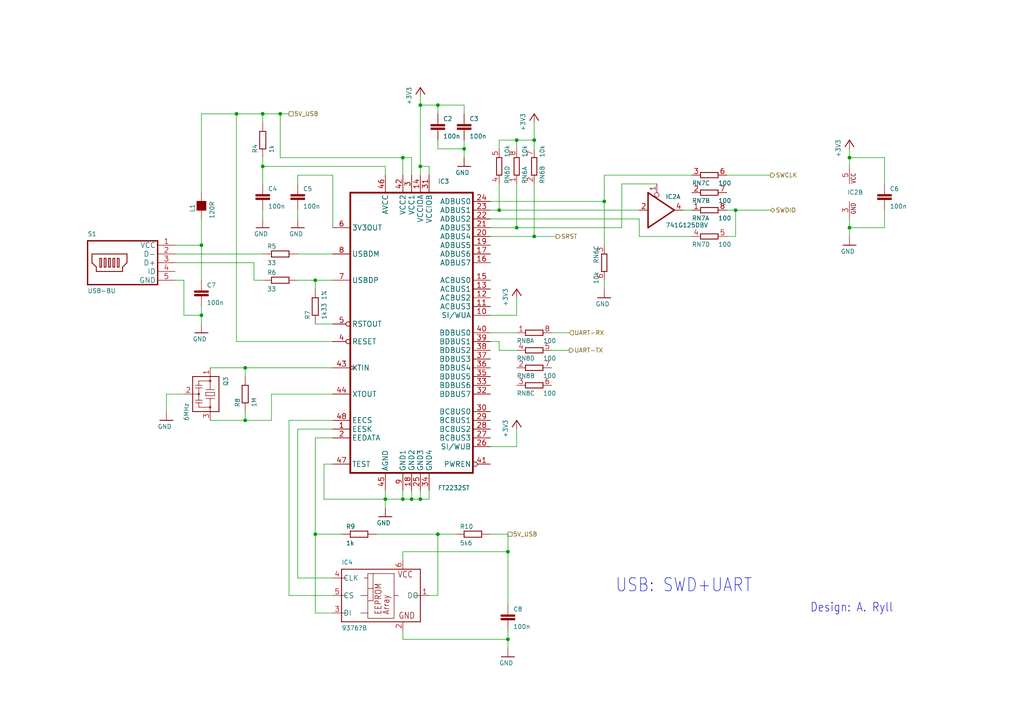
<source format=kicad_sch>
(kicad_sch (version 20250114) (generator "eeschema") (generator_version "9.0")
  (paper "A4")
  (lib_symbols
    (symbol "Powerboard v1-eagle-import:+3V3" (power)
      (symbol "+3V3_1_0"
        (polyline (pts (xy 0 0) (xy -1.27 -1.905)) (stroke (width 0.254)))
        (polyline (pts (xy 1.27 -1.905) (xy 0 0)) (stroke (width 0.254)))
        (pin power_in line (at 0 -2.54 90) (length 2.54) (name "+3V3") (number "1"))
      )
    )
    (symbol "Powerboard v1-eagle-import:4R-NEXB28V"
      (property "Reference" "RN" (at -5.08 -3.048 0))
      (symbol "4R-NEXB28V_1_0"
        (polyline (pts (xy -2.54 0.762) (xy -2.54 -0.762)) (stroke (width 0.254)))
        (polyline (pts (xy -2.54 -0.762) (xy 2.54 -0.762)) (stroke (width 0.254)))
        (polyline (pts (xy 2.54 0.762) (xy -2.54 0.762)) (stroke (width 0.254)))
        (polyline (pts (xy 2.54 -0.762) (xy 2.54 0.762)) (stroke (width 0.254)))
        (pin passive line (at -5.08 0 0) (length 2.54) (name "1") (number "1"))
        (pin passive line (at 5.08 0 180) (length 2.54) (name "2") (number "8"))
      )
      (symbol "4R-NEXB28V_2_0"
        (polyline (pts (xy -2.54 0.762) (xy -2.54 -0.762)) (stroke (width 0.254)))
        (polyline (pts (xy -2.54 -0.762) (xy 2.54 -0.762)) (stroke (width 0.254)))
        (polyline (pts (xy 2.54 0.762) (xy -2.54 0.762)) (stroke (width 0.254)))
        (polyline (pts (xy 2.54 -0.762) (xy 2.54 0.762)) (stroke (width 0.254)))
        (pin passive line (at -5.08 0 0) (length 2.54) (name "1") (number "2"))
        (pin passive line (at 5.08 0 180) (length 2.54) (name "2") (number "7"))
      )
      (symbol "4R-NEXB28V_3_0"
        (polyline (pts (xy -2.54 0.762) (xy -2.54 -0.762)) (stroke (width 0.254)))
        (polyline (pts (xy -2.54 -0.762) (xy 2.54 -0.762)) (stroke (width 0.254)))
        (polyline (pts (xy 2.54 0.762) (xy -2.54 0.762)) (stroke (width 0.254)))
        (polyline (pts (xy 2.54 -0.762) (xy 2.54 0.762)) (stroke (width 0.254)))
        (pin passive line (at -5.08 0 0) (length 2.54) (name "1") (number "3"))
        (pin passive line (at 5.08 0 180) (length 2.54) (name "2") (number "6"))
      )
      (symbol "4R-NEXB28V_4_0"
        (polyline (pts (xy -2.54 0.762) (xy -2.54 -0.762)) (stroke (width 0.254)))
        (polyline (pts (xy -2.54 -0.762) (xy 2.54 -0.762)) (stroke (width 0.254)))
        (polyline (pts (xy 2.54 0.762) (xy -2.54 0.762)) (stroke (width 0.254)))
        (polyline (pts (xy 2.54 -0.762) (xy 2.54 0.762)) (stroke (width 0.254)))
        (pin passive line (at -5.08 0 0) (length 2.54) (name "1") (number "4"))
        (pin passive line (at 5.08 0 180) (length 2.54) (name "2") (number "5"))
      )
    )
    (symbol "Powerboard v1-eagle-import:741G125DBV"
      (property "Reference" "IC" (at -0.635 -0.635 0))
      (symbol "741G125DBV_1_0"
        (polyline (pts (xy -2.54 -5.08) (xy -2.54 5.08)) (stroke (width 0.4064)))
        (circle (center 0 4.445) (radius 0.635) (stroke (width 0.1524)))
        (polyline (pts (xy 5.08 0) (xy -2.54 5.08)) (stroke (width 0.4064)))
        (polyline (pts (xy 5.08 0) (xy -2.54 -5.08)) (stroke (width 0.4064)))
        (pin input line (at -5.08 0 0) (length 2.54) (name "I") (number "2"))
        (pin input line (at 0 7.62 270) (length 2.54) (name "OE") (number "1"))
        (pin tri_state line (at 7.62 0 180) (length 2.54) (name "O") (number "4"))
      )
      (symbol "741G125DBV_2_0"
        (text "VCC" (at 1.905 2.54 900) (effects (font (size 1.27 1.0795)) (justify left bottom)))
        (text "GND" (at 1.905 -6.35 900) (effects (font (size 1.27 1.0795)) (justify left bottom)))
        (pin power_in line (at 0 7.62 270) (length 5.08) (name "VCC") (number "5"))
        (pin power_in line (at 0 -7.62 90) (length 5.08) (name "GND") (number "3"))
      )
    )
    (symbol "Powerboard v1-eagle-import:9376?B"
      (property "Reference" "IC" (at -10.16 8.89 0))
      (symbol "9376?B_1_0"
        (polyline (pts (xy -10.16 7.62) (xy 12.7 7.62)) (stroke (width 0.254)))
        (polyline (pts (xy -10.16 5.08) (xy -10.16 7.62)) (stroke (width 0.254)))
        (polyline (pts (xy -10.16 5.08) (xy -8.636 5.08)) (stroke (width 0.1524)))
        (polyline (pts (xy -10.16 0) (xy -10.16 5.08)) (stroke (width 0.254)))
        (polyline (pts (xy -10.16 0) (xy -8.636 0)) (stroke (width 0.1524)))
        (polyline (pts (xy -10.16 -5.08) (xy -10.16 0)) (stroke (width 0.254)))
        (polyline (pts (xy -10.16 -5.08) (xy -8.636 -5.08)) (stroke (width 0.1524)))
        (polyline (pts (xy -10.16 -7.62) (xy -10.16 -5.08)) (stroke (width 0.254)))
        (polyline (pts (xy -4.572 0) (xy -2.54 0)) (stroke (width 0.1524)))
        (polyline (pts (xy -4.572 -5.08) (xy -2.54 -5.08)) (stroke (width 0.1524)))
        (polyline (pts (xy -3.556 5.08) (xy -2.54 5.08)) (stroke (width 0.1524)))
        (polyline (pts (xy -2.54 6.35) (xy -1.016 6.35)) (stroke (width 0.1524)))
        (polyline (pts (xy -2.54 5.08) (xy -2.54 6.35)) (stroke (width 0.1524)))
        (polyline (pts (xy -2.54 2.032) (xy -2.54 5.08)) (stroke (width 0.1524)))
        (polyline (pts (xy -2.54 2.032) (xy -1.016 2.032)) (stroke (width 0.1524)))
        (polyline (pts (xy -2.54 0) (xy -2.54 2.032)) (stroke (width 0.1524)))
        (polyline (pts (xy -2.54 -1.524) (xy -2.54 0)) (stroke (width 0.1524)))
        (polyline (pts (xy -2.54 -1.524) (xy -1.016 -1.524)) (stroke (width 0.1524)))
        (polyline (pts (xy -2.54 -5.08) (xy -2.54 -1.524)) (stroke (width 0.1524)))
        (polyline (pts (xy -2.54 -6.604) (xy -2.54 -5.08)) (stroke (width 0.1524)))
        (polyline (pts (xy -1.016 6.35) (xy -1.016 2.032)) (stroke (width 0.1524)))
        (polyline (pts (xy -1.016 6.35) (xy 5.08 6.35)) (stroke (width 0.1524)))
        (polyline (pts (xy -1.016 2.032) (xy -1.016 -1.524)) (stroke (width 0.1524)))
        (polyline (pts (xy 5.08 6.35) (xy 5.08 0)) (stroke (width 0.1524)))
        (polyline (pts (xy 5.08 0) (xy 5.08 -6.604)) (stroke (width 0.1524)))
        (polyline (pts (xy 5.08 -6.604) (xy -2.54 -6.604)) (stroke (width 0.1524)))
        (polyline (pts (xy 6.35 0) (xy 5.08 0)) (stroke (width 0.1524)))
        (polyline (pts (xy 12.7 7.62) (xy 12.7 0)) (stroke (width 0.254)))
        (polyline (pts (xy 12.7 0) (xy 10.922 0)) (stroke (width 0.1524)))
        (polyline (pts (xy 12.7 0) (xy 12.7 -7.62)) (stroke (width 0.254)))
        (polyline (pts (xy 12.7 -7.62) (xy -10.16 -7.62)) (stroke (width 0.254)))
        (text "EEPROM" (at 1.524 -5.588 900) (effects (font (size 1.778 1.5113)) (justify left bottom)))
        (text "Array" (at 3.81 -5.588 900) (effects (font (size 1.778 1.5113)) (justify left bottom)))
        (text "VCC" (at 6.096 5.08 0) (effects (font (size 1.778 1.5113)) (justify left bottom)))
        (text "GND" (at 6.35 -6.858 0) (effects (font (size 1.778 1.5113)) (justify left bottom)))
        (pin input line (at -12.7 5.08 0) (length 2.54) (name "CLK") (number "4"))
        (pin input line (at -12.7 0 0) (length 2.54) (name "CS") (number "5"))
        (pin input line (at -12.7 -5.08 0) (length 2.54) (name "DI") (number "3"))
        (pin power_in line (at 7.62 10.16 270) (length 2.54) (name "VCC") (number "6"))
        (pin power_in line (at 7.62 -10.16 90) (length 2.54) (name "GND") (number "2"))
        (pin tri_state line (at 15.24 0 180) (length 2.54) (name "DO") (number "1"))
      )
    )
    (symbol "Powerboard v1-eagle-import:C-EUC0603"
      (property "Reference" "C" (at 1.524 0.381 0))
      (symbol "C-EUC0603_1_0"
        (rectangle (start -2.032 -1.016) (end 2.032 -0.508) (fill (type outline)))
        (rectangle (start -2.032 -2.032) (end 2.032 -1.524) (fill (type outline)))
        (polyline (pts (xy 0 0) (xy 0 -0.508)) (stroke (width 0.1524)))
        (polyline (pts (xy 0 -2.54) (xy 0 -2.032)) (stroke (width 0.1524)))
        (pin passive line (at 0 2.54 270) (length 2.54) (name "1") (number "1"))
        (pin passive line (at 0 -5.08 90) (length 2.54) (name "2") (number "2"))
      )
    )
    (symbol "Powerboard v1-eagle-import:CSTCR"
      (property "Reference" "Q" (at -5.08 3.81 0))
      (symbol "CSTCR_1_0"
        (polyline (pts (xy -5.08 2.54) (xy 5.08 2.54)) (stroke (width 0.254)))
        (polyline (pts (xy -5.08 0) (xy -5.08 2.54)) (stroke (width 0.254)))
        (polyline (pts (xy -5.08 0) (xy -3.81 0)) (stroke (width 0.1524)))
        (polyline (pts (xy -5.08 -5.08) (xy -5.08 0)) (stroke (width 0.254)))
        (circle (center -3.81 0) (radius 0.254))
        (polyline (pts (xy -3.81 0) (xy -1.27 0)) (stroke (width 0.1524)))
        (polyline (pts (xy -3.81 -3.302) (xy -3.81 0)) (stroke (width 0.1524)))
        (polyline (pts (xy -2.54 -2.286) (xy -2.54 -3.302)) (stroke (width 0.1524)))
        (polyline (pts (xy -2.54 -3.302) (xy -3.81 -3.302)) (stroke (width 0.1524)))
        (polyline (pts (xy -2.54 -3.302) (xy -2.54 -4.318)) (stroke (width 0.1524)))
        (polyline (pts (xy -1.778 -2.286) (xy -1.778 -4.318)) (stroke (width 0.1524)))
        (polyline (pts (xy -1.27 0) (xy -1.27 1.27)) (stroke (width 0.1524)))
        (polyline (pts (xy -1.27 0) (xy -1.27 -1.27)) (stroke (width 0.1524)))
        (polyline (pts (xy -0.508 1.27) (xy -0.508 -1.27)) (stroke (width 0.1524)))
        (polyline (pts (xy -0.508 -1.27) (xy 0.508 -1.27)) (stroke (width 0.1524)))
        (polyline (pts (xy 0 -3.302) (xy -1.778 -3.302)) (stroke (width 0.1524)))
        (polyline (pts (xy 0 -3.302) (xy 1.778 -3.302)) (stroke (width 0.1524)))
        (circle (center 0 -3.302) (radius 0.254))
        (polyline (pts (xy 0 -5.08) (xy -5.08 -5.08)) (stroke (width 0.254)))
        (polyline (pts (xy 0 -5.08) (xy 0 -3.302)) (stroke (width 0.1524)))
        (polyline (pts (xy 0.508 1.27) (xy -0.508 1.27)) (stroke (width 0.1524)))
        (polyline (pts (xy 0.508 -1.27) (xy 0.508 1.27)) (stroke (width 0.1524)))
        (polyline (pts (xy 1.27 1.27) (xy 1.27 0)) (stroke (width 0.1524)))
        (polyline (pts (xy 1.27 0) (xy 1.27 -1.27)) (stroke (width 0.1524)))
        (polyline (pts (xy 1.27 0) (xy 3.81 0)) (stroke (width 0.1524)))
        (polyline (pts (xy 1.778 -2.286) (xy 1.778 -4.318)) (stroke (width 0.1524)))
        (polyline (pts (xy 2.54 -2.286) (xy 2.54 -3.302)) (stroke (width 0.1524)))
        (polyline (pts (xy 2.54 -3.302) (xy 2.54 -4.318)) (stroke (width 0.1524)))
        (polyline (pts (xy 2.54 -3.302) (xy 3.81 -3.302)) (stroke (width 0.1524)))
        (polyline (pts (xy 3.81 0) (xy 5.08 0)) (stroke (width 0.1524)))
        (circle (center 3.81 0) (radius 0.254))
        (polyline (pts (xy 3.81 -3.302) (xy 3.81 0)) (stroke (width 0.1524)))
        (polyline (pts (xy 5.08 2.54) (xy 5.08 0)) (stroke (width 0.254)))
        (polyline (pts (xy 5.08 0) (xy 5.08 -5.08)) (stroke (width 0.254)))
        (polyline (pts (xy 5.08 -5.08) (xy 0 -5.08)) (stroke (width 0.254)))
        (pin passive line (at -7.62 0 0) (length 2.54) (name "1") (number "1"))
        (pin passive line (at 0 -7.62 90) (length 2.54) (name "2") (number "2"))
        (pin passive line (at 7.62 0 180) (length 2.54) (name "3") (number "3"))
      )
    )
    (symbol "Powerboard v1-eagle-import:FB_0603"
      (property "Reference" "L" (at -0.635 1.905 0))
      (symbol "FB_0603_1_0"
        (polyline (pts (xy 0 1.27) (xy 2.54 1.27)) (stroke (width 0.254)))
        (polyline (pts (xy 0 0) (xy 0 1.27)) (stroke (width 0.254)))
        (polyline (pts (xy 0 0) (xy 2.54 0)) (stroke (width 0.1524)))
        (polyline (pts (xy 0 -1.27) (xy 0 0)) (stroke (width 0.254)))
        (rectangle (start 0 -1.27) (end 2.54 1.27) (fill (type outline)))
        (polyline (pts (xy 2.54 1.27) (xy 2.54 0)) (stroke (width 0.254)))
        (polyline (pts (xy 2.54 0) (xy 2.54 -1.27)) (stroke (width 0.254)))
        (polyline (pts (xy 2.54 -1.27) (xy 0 -1.27)) (stroke (width 0.254)))
        (pin passive line (at -2.54 0 0) (length 2.54) (name "1") (number "1"))
        (pin passive line (at 5.08 0 180) (length 2.54) (name "2") (number "2"))
      )
    )
    (symbol "Powerboard v1-eagle-import:FT2232ST"
      (property "Reference" "IC" (at 7.62 38.1 0))
      (symbol "FT2232ST_1_0"
        (polyline (pts (xy -17.78 35.56) (xy 17.78 35.56)) (stroke (width 0.508)))
        (polyline (pts (xy -17.78 -45.72) (xy -17.78 35.56)) (stroke (width 0.508)))
        (polyline (pts (xy 17.78 35.56) (xy 17.78 -45.72)) (stroke (width 0.508)))
        (polyline (pts (xy 17.78 -45.72) (xy -17.78 -45.72)) (stroke (width 0.508)))
        (pin bidirectional line (at -22.86 25.4 0) (length 5.08) (name "3V3OUT") (number "6"))
        (pin bidirectional line (at -22.86 17.78 0) (length 5.08) (name "USBDM") (number "8"))
        (pin bidirectional line (at -22.86 10.16 0) (length 5.08) (name "USBDP") (number "7"))
        (pin bidirectional inverted (at -22.86 -2.54 0) (length 5.08) (name "RSTOUT") (number "5"))
        (pin bidirectional inverted (at -22.86 -7.62 0) (length 5.08) (name "RESET") (number "4"))
        (pin bidirectional clock (at -22.86 -15.24 0) (length 5.08) (name "XTIN") (number "43"))
        (pin bidirectional line (at -22.86 -22.86 0) (length 5.08) (name "XTOUT") (number "44"))
        (pin bidirectional line (at -22.86 -30.48 0) (length 5.08) (name "EECS") (number "48"))
        (pin bidirectional line (at -22.86 -33.02 0) (length 5.08) (name "EESK") (number "1"))
        (pin bidirectional line (at -22.86 -35.56 0) (length 5.08) (name "EEDATA") (number "2"))
        (pin bidirectional line (at -22.86 -43.18 0) (length 5.08) (name "TEST") (number "47"))
        (pin bidirectional line (at -7.62 40.64 270) (length 5.08) (name "AVCC") (number "46"))
        (pin bidirectional line (at -7.62 -50.8 90) (length 5.08) (name "AGND") (number "45"))
        (pin bidirectional line (at -2.54 40.64 270) (length 5.08) (name "VCC2") (number "42"))
        (pin bidirectional line (at -2.54 -50.8 90) (length 5.08) (name "GND1") (number "9"))
        (pin bidirectional line (at 0 40.64 270) (length 5.08) (name "VCC1") (number "3"))
        (pin bidirectional line (at 0 -50.8 90) (length 5.08) (name "GND2") (number "18"))
        (pin bidirectional line (at 2.54 40.64 270) (length 5.08) (name "VCCIOA") (number "14"))
        (pin bidirectional line (at 2.54 -50.8 90) (length 5.08) (name "GND3") (number "25"))
        (pin bidirectional line (at 5.08 40.64 270) (length 5.08) (name "VCCIOB") (number "31"))
        (pin bidirectional line (at 5.08 -50.8 90) (length 5.08) (name "GND4") (number "34"))
        (pin bidirectional line (at 22.86 33.02 180) (length 5.08) (name "ADBUS0") (number "24"))
        (pin bidirectional line (at 22.86 30.48 180) (length 5.08) (name "ADBUS1") (number "23"))
        (pin bidirectional line (at 22.86 27.94 180) (length 5.08) (name "ADBUS2") (number "22"))
        (pin bidirectional line (at 22.86 25.4 180) (length 5.08) (name "ADBUS3") (number "21"))
        (pin bidirectional line (at 22.86 22.86 180) (length 5.08) (name "ADBUS4") (number "20"))
        (pin bidirectional line (at 22.86 20.32 180) (length 5.08) (name "ADBUS5") (number "19"))
        (pin bidirectional line (at 22.86 17.78 180) (length 5.08) (name "ADBUS6") (number "17"))
        (pin bidirectional line (at 22.86 15.24 180) (length 5.08) (name "ADBUS7") (number "16"))
        (pin bidirectional line (at 22.86 10.16 180) (length 5.08) (name "ACBUS0") (number "15"))
        (pin bidirectional line (at 22.86 7.62 180) (length 5.08) (name "ACBUS1") (number "13"))
        (pin bidirectional line (at 22.86 5.08 180) (length 5.08) (name "ACBUS2") (number "12"))
        (pin bidirectional line (at 22.86 2.54 180) (length 5.08) (name "ACBUS3") (number "11"))
        (pin bidirectional line (at 22.86 0 180) (length 5.08) (name "SI/WUA") (number "10"))
        (pin bidirectional line (at 22.86 -5.08 180) (length 5.08) (name "BDBUS0") (number "40"))
        (pin bidirectional line (at 22.86 -7.62 180) (length 5.08) (name "BDBUS1") (number "39"))
        (pin bidirectional line (at 22.86 -10.16 180) (length 5.08) (name "BDBUS2") (number "38"))
        (pin bidirectional line (at 22.86 -12.7 180) (length 5.08) (name "BDBUS3") (number "37"))
        (pin bidirectional line (at 22.86 -15.24 180) (length 5.08) (name "BDBUS4") (number "36"))
        (pin bidirectional line (at 22.86 -17.78 180) (length 5.08) (name "BDBUS5") (number "35"))
        (pin bidirectional line (at 22.86 -20.32 180) (length 5.08) (name "BDBUS6") (number "33"))
        (pin bidirectional line (at 22.86 -22.86 180) (length 5.08) (name "BDBUS7") (number "32"))
        (pin bidirectional line (at 22.86 -27.94 180) (length 5.08) (name "BCBUS0") (number "30"))
        (pin bidirectional line (at 22.86 -30.48 180) (length 5.08) (name "BCBUS1") (number "29"))
        (pin bidirectional line (at 22.86 -33.02 180) (length 5.08) (name "BCBUS2") (number "28"))
        (pin bidirectional line (at 22.86 -35.56 180) (length 5.08) (name "BCBUS3") (number "27"))
        (pin bidirectional line (at 22.86 -38.1 180) (length 5.08) (name "SI/WUB") (number "26"))
        (pin bidirectional inverted (at 22.86 -43.18 180) (length 5.08) (name "PWREN") (number "41"))
      )
    )
    (symbol "Powerboard v1-eagle-import:GND" (power)
      (symbol "GND_1_0"
        (polyline (pts (xy -1.905 0) (xy 1.905 0)) (stroke (width 0.254)))
        (pin power_in line (at 0 2.54 270) (length 2.54) (name "GND") (number "1"))
      )
    )
    (symbol "Powerboard v1-eagle-import:R-EU_R0603"
      (property "Reference" "R" (at -3.81 1.4986 0))
      (symbol "R-EU_R0603_1_0"
        (polyline (pts (xy -2.54 -0.889) (xy -2.54 0.889)) (stroke (width 0.254)))
        (polyline (pts (xy -2.54 -0.889) (xy 2.54 -0.889)) (stroke (width 0.254)))
        (polyline (pts (xy 2.54 0.889) (xy -2.54 0.889)) (stroke (width 0.254)))
        (polyline (pts (xy 2.54 -0.889) (xy 2.54 0.889)) (stroke (width 0.254)))
        (pin passive line (at -5.08 0 0) (length 2.54) (name "1") (number "1"))
        (pin passive line (at 5.08 0 180) (length 2.54) (name "2") (number "2"))
      )
    )
    (symbol "Powerboard v1-eagle-import:USB-BU"
      (property "Reference" "S" (at -17.78 12.7 0))
      (symbol "USB-BU_1_0"
        (polyline (pts (xy -17.78 11.43) (xy -17.78 -1.27)) (stroke (width 0.381)))
        (polyline (pts (xy -17.78 -1.27) (xy 2.54 -1.27)) (stroke (width 0.381)))
        (polyline (pts (xy -16.51 7.62) (xy -16.51 5.08)) (stroke (width 0.254)))
        (polyline (pts (xy -16.51 5.08) (xy -15.24 3.81)) (stroke (width 0.254)))
        (polyline (pts (xy -15.24 3.81) (xy -15.24 2.54)) (stroke (width 0.254)))
        (polyline (pts (xy -15.24 2.54) (xy -7.62 2.54)) (stroke (width 0.254)))
        (polyline (pts (xy -14.224 6.35) (xy -13.716 6.35)) (stroke (width 0.254)))
        (polyline (pts (xy -14.224 3.81) (xy -14.224 6.35)) (stroke (width 0.254)))
        (polyline (pts (xy -13.716 6.35) (xy -13.716 3.81)) (stroke (width 0.254)))
        (polyline (pts (xy -13.716 3.81) (xy -14.224 3.81)) (stroke (width 0.254)))
        (polyline (pts (xy -12.954 6.35) (xy -12.446 6.35)) (stroke (width 0.254)))
        (polyline (pts (xy -12.954 3.81) (xy -12.954 6.35)) (stroke (width 0.254)))
        (polyline (pts (xy -12.446 6.35) (xy -12.446 3.81)) (stroke (width 0.254)))
        (polyline (pts (xy -12.446 3.81) (xy -12.954 3.81)) (stroke (width 0.254)))
        (polyline (pts (xy -11.684 6.35) (xy -11.176 6.35)) (stroke (width 0.254)))
        (polyline (pts (xy -11.684 3.81) (xy -11.684 6.35)) (stroke (width 0.254)))
        (polyline (pts (xy -11.176 6.35) (xy -11.176 3.81)) (stroke (width 0.254)))
        (polyline (pts (xy -11.176 3.81) (xy -11.684 3.81)) (stroke (width 0.254)))
        (polyline (pts (xy -10.414 6.35) (xy -9.906 6.35)) (stroke (width 0.254)))
        (polyline (pts (xy -10.414 3.81) (xy -10.414 6.35)) (stroke (width 0.254)))
        (polyline (pts (xy -9.906 6.35) (xy -9.906 3.81)) (stroke (width 0.254)))
        (polyline (pts (xy -9.906 3.81) (xy -10.414 3.81)) (stroke (width 0.254)))
        (polyline (pts (xy -9.144 6.35) (xy -8.636 6.35)) (stroke (width 0.254)))
        (polyline (pts (xy -9.144 3.81) (xy -9.144 6.35)) (stroke (width 0.254)))
        (polyline (pts (xy -8.636 6.35) (xy -8.636 3.81)) (stroke (width 0.254)))
        (polyline (pts (xy -8.636 3.81) (xy -9.144 3.81)) (stroke (width 0.254)))
        (polyline (pts (xy -7.62 3.81) (xy -6.35 5.08)) (stroke (width 0.254)))
        (polyline (pts (xy -7.62 2.54) (xy -7.62 3.81)) (stroke (width 0.254)))
        (polyline (pts (xy -6.35 7.62) (xy -16.51 7.62)) (stroke (width 0.254)))
        (polyline (pts (xy -6.35 5.08) (xy -6.35 7.62)) (stroke (width 0.254)))
        (polyline (pts (xy 2.54 11.43) (xy -17.78 11.43)) (stroke (width 0.381)))
        (polyline (pts (xy 2.54 -1.27) (xy 2.54 11.43)) (stroke (width 0.381)))
        (pin bidirectional line (at 7.62 10.16 180) (length 5.08) (name "VCC") (number "1"))
        (pin bidirectional line (at 7.62 7.62 180) (length 5.08) (name "D-") (number "2"))
        (pin bidirectional line (at 7.62 5.08 180) (length 5.08) (name "D+") (number "3"))
        (pin bidirectional line (at 7.62 2.54 180) (length 5.08) (name "ID") (number "4"))
        (pin bidirectional line (at 7.62 0 180) (length 5.08) (name "GND") (number "5"))
      )
    )
  )
  (text "Design: A. Ryll" (at 234.95 177.8 0) (effects (font (size 2.54 2.159)) (justify left bottom)))
  (text "USB: SWD+UART" (at 178.435 172.085 0) (effects (font (size 3.81 3.2385)) (justify left bottom)))
  (junction (at 76.2 33.02))
  (junction (at 149.86 66.04))
  (junction (at 121.92 48.26))
  (junction (at 116.84 45.72))
  (junction (at 91.44 81.28))
  (junction (at 58.42 71.12))
  (junction (at 147.32 160.02))
  (junction (at 116.84 144.78))
  (junction (at 71.12 121.92))
  (junction (at 175.26 58.42))
  (junction (at 147.32 185.42))
  (junction (at 111.76 144.78))
  (junction (at 68.58 33.02))
  (junction (at 246.38 45.72))
  (junction (at 119.38 144.78))
  (junction (at 76.2 48.26))
  (junction (at 246.38 66.04))
  (junction (at 127 154.94))
  (junction (at 58.42 91.44))
  (junction (at 81.28 33.02))
  (junction (at 121.92 30.48))
  (junction (at 91.44 154.94))
  (junction (at 121.92 144.78))
  (junction (at 154.94 40.64))
  (junction (at 134.62 43.18))
  (junction (at 149.86 40.64))
  (junction (at 127 30.48))
  (junction (at 71.12 106.68))
  (junction (at 154.94 68.58))
  (junction (at 144.78 60.96))
  (junction (at 213.36 60.96))
  (wire (pts (xy 213.36 60.96) (xy 223.52 60.96)) (stroke (width 0.1524)))
  (wire (pts (xy 185.42 68.58) (xy 200.66 68.58)) (stroke (width 0.1524)))
  (wire (pts (xy 246.38 48.26) (xy 246.38 45.72)) (stroke (width 0.1524)))
  (wire (pts (xy 76.2 53.34) (xy 76.2 48.26)) (stroke (width 0.1524)))
  (wire (pts (xy 147.32 160.02) (xy 147.32 154.94)) (stroke (width 0.1524)))
  (wire (pts (xy 58.42 71.12) (xy 58.42 63.5)) (stroke (width 0.1524)))
  (wire (pts (xy 142.24 58.42) (xy 175.26 58.42)) (stroke (width 0.1524)))
  (wire (pts (xy 96.52 99.06) (xy 68.58 99.06)) (stroke (width 0.1524)))
  (wire (pts (xy 149.86 96.52) (xy 142.24 96.52)) (stroke (width 0.1524)))
  (wire (pts (xy 76.2 48.26) (xy 111.76 48.26)) (stroke (width 0.1524)))
  (wire (pts (xy 91.44 127) (xy 91.44 154.94)) (stroke (width 0.1524)))
  (wire (pts (xy 127 30.48) (xy 127 33.02)) (stroke (width 0.1524)))
  (wire (pts (xy 71.12 109.22) (xy 71.12 106.68)) (stroke (width 0.1524)))
  (wire (pts (xy 127 172.72) (xy 127 154.94)) (stroke (width 0.1524)))
  (wire (pts (xy 175.26 50.8) (xy 200.66 50.8)) (stroke (width 0.1524)))
  (wire (pts (xy 96.52 66.04) (xy 96.52 50.8)) (stroke (width 0.1524)))
  (wire (pts (xy 119.38 50.8) (xy 119.38 45.72)) (stroke (width 0.1524)))
  (wire (pts (xy 48.26 114.3) (xy 48.26 119.38)) (stroke (width 0.1524)))
  (wire (pts (xy 121.92 30.48) (xy 127 30.48)) (stroke (width 0.1524)))
  (wire (pts (xy 149.86 43.18) (xy 149.86 40.64)) (stroke (width 0.1524)))
  (wire (pts (xy 91.44 154.94) (xy 91.44 177.8)) (stroke (width 0.1524)))
  (wire (pts (xy 81.28 33.02) (xy 83.82 33.02)))
  (wire (pts (xy 116.84 142.24) (xy 116.84 144.78)) (stroke (width 0.1524)))
  (wire (pts (xy 73.66 76.2) (xy 50.8 76.2)) (stroke (width 0.1524)))
  (wire (pts (xy 147.32 185.42) (xy 147.32 187.96)) (stroke (width 0.1524)))
  (wire (pts (xy 185.42 63.5) (xy 185.42 68.58)) (stroke (width 0.1524)))
  (wire (pts (xy 149.86 91.44) (xy 149.86 86.36)) (stroke (width 0.1524)))
  (wire (pts (xy 53.34 114.3) (xy 48.26 114.3)) (stroke (width 0.1524)))
  (wire (pts (xy 256.54 66.04) (xy 256.54 60.96)) (stroke (width 0.1524)))
  (wire (pts (xy 142.24 66.04) (xy 149.86 66.04)) (stroke (width 0.1524)))
  (wire (pts (xy 78.74 114.3) (xy 96.52 114.3)) (stroke (width 0.1524)))
  (wire (pts (xy 185.42 60.96) (xy 144.78 60.96)) (stroke (width 0.1524)))
  (wire (pts (xy 111.76 144.78) (xy 111.76 142.24)) (stroke (width 0.1524)))
  (wire (pts (xy 58.42 55.88) (xy 58.42 33.02)) (stroke (width 0.1524)))
  (wire (pts (xy 60.96 121.92) (xy 71.12 121.92)) (stroke (width 0.1524)))
  (wire (pts (xy 96.52 124.46) (xy 86.36 124.46)) (stroke (width 0.1524)))
  (wire (pts (xy 149.86 129.54) (xy 149.86 124.46)) (stroke (width 0.1524)))
  (wire (pts (xy 91.44 83.82) (xy 91.44 81.28)) (stroke (width 0.1524)))
  (wire (pts (xy 53.34 81.28) (xy 53.34 91.44)) (stroke (width 0.1524)))
  (wire (pts (xy 93.98 134.62) (xy 96.52 134.62)) (stroke (width 0.1524)))
  (wire (pts (xy 96.52 73.66) (xy 86.36 73.66)) (stroke (width 0.1524)))
  (wire (pts (xy 81.28 33.02) (xy 76.2 33.02)) (stroke (width 0.1524)))
  (wire (pts (xy 210.82 60.96) (xy 213.36 60.96)) (stroke (width 0.1524)))
  (wire (pts (xy 119.38 144.78) (xy 121.92 144.78)) (stroke (width 0.1524)))
  (wire (pts (xy 175.26 71.12) (xy 175.26 58.42)) (stroke (width 0.1524)))
  (wire (pts (xy 121.92 48.26) (xy 121.92 30.48)) (stroke (width 0.1524)))
  (wire (pts (xy 93.98 144.78) (xy 93.98 134.62)) (stroke (width 0.1524)))
  (wire (pts (xy 73.66 81.28) (xy 73.66 76.2)) (stroke (width 0.1524)))
  (wire (pts (xy 76.2 35.56) (xy 76.2 33.02)) (stroke (width 0.1524)))
  (wire (pts (xy 58.42 91.44) (xy 58.42 88.9)) (stroke (width 0.1524)))
  (wire (pts (xy 96.52 93.98) (xy 91.44 93.98)) (stroke (width 0.1524)))
  (wire (pts (xy 246.38 68.58) (xy 246.38 66.04)) (stroke (width 0.1524)))
  (wire (pts (xy 96.52 121.92) (xy 83.82 121.92)) (stroke (width 0.1524)))
  (wire (pts (xy 111.76 147.32) (xy 111.76 144.78)) (stroke (width 0.1524)))
  (wire (pts (xy 144.78 40.64) (xy 149.86 40.64)) (stroke (width 0.1524)))
  (wire (pts (xy 86.36 167.64) (xy 96.52 167.64)) (stroke (width 0.1524)))
  (wire (pts (xy 50.8 73.66) (xy 76.2 73.66)) (stroke (width 0.1524)))
  (wire (pts (xy 154.94 68.58) (xy 142.24 68.58)) (stroke (width 0.1524)))
  (wire (pts (xy 127 30.48) (xy 134.62 30.48)) (stroke (width 0.1524)))
  (wire (pts (xy 180.34 66.04) (xy 180.34 53.34)) (stroke (width 0.1524)))
  (wire (pts (xy 154.94 68.58) (xy 154.94 53.34)) (stroke (width 0.1524)))
  (wire (pts (xy 134.62 45.72) (xy 134.62 43.18)) (stroke (width 0.1524)))
  (wire (pts (xy 83.82 121.92) (xy 83.82 172.72)) (stroke (width 0.1524)))
  (wire (pts (xy 53.34 91.44) (xy 58.42 91.44)) (stroke (width 0.1524)))
  (wire (pts (xy 134.62 30.48) (xy 134.62 33.02)) (stroke (width 0.1524)))
  (wire (pts (xy 175.26 58.42) (xy 175.26 50.8)) (stroke (width 0.1524)))
  (wire (pts (xy 246.38 66.04) (xy 256.54 66.04)) (stroke (width 0.1524)))
  (wire (pts (xy 154.94 40.64) (xy 154.94 35.56)) (stroke (width 0.1524)))
  (wire (pts (xy 50.8 81.28) (xy 53.34 81.28)) (stroke (width 0.1524)))
  (wire (pts (xy 121.92 142.24) (xy 121.92 144.78)) (stroke (width 0.1524)))
  (wire (pts (xy 149.86 40.64) (xy 154.94 40.64)) (stroke (width 0.1524)))
  (wire (pts (xy 111.76 144.78) (xy 93.98 144.78)) (stroke (width 0.1524)))
  (wire (pts (xy 96.52 81.28) (xy 91.44 81.28)) (stroke (width 0.1524)))
  (wire (pts (xy 121.92 144.78) (xy 124.46 144.78)) (stroke (width 0.1524)))
  (wire (pts (xy 124.46 50.8) (xy 124.46 48.26)) (stroke (width 0.1524)))
  (wire (pts (xy 86.36 124.46) (xy 86.36 167.64)) (stroke (width 0.1524)))
  (wire (pts (xy 76.2 48.26) (xy 76.2 45.72)) (stroke (width 0.1524)))
  (wire (pts (xy 142.24 154.94) (xy 147.32 154.94)) (stroke (width 0.1524)))
  (wire (pts (xy 116.84 144.78) (xy 119.38 144.78)) (stroke (width 0.1524)))
  (wire (pts (xy 124.46 144.78) (xy 124.46 142.24)) (stroke (width 0.1524)))
  (wire (pts (xy 76.2 81.28) (xy 73.66 81.28)) (stroke (width 0.1524)))
  (wire (pts (xy 175.26 83.82) (xy 175.26 81.28)) (stroke (width 0.1524)))
  (wire (pts (xy 83.82 172.72) (xy 96.52 172.72)) (stroke (width 0.1524)))
  (wire (pts (xy 127 154.94) (xy 109.22 154.94)) (stroke (width 0.1524)))
  (wire (pts (xy 160.02 96.52) (xy 165.1 96.52)) (stroke (width 0.1524)))
  (wire (pts (xy 119.38 142.24) (xy 119.38 144.78)) (stroke (width 0.1524)))
  (wire (pts (xy 58.42 93.98) (xy 58.42 91.44)) (stroke (width 0.1524)))
  (wire (pts (xy 81.28 45.72) (xy 81.28 33.02)) (stroke (width 0.1524)))
  (wire (pts (xy 147.32 185.42) (xy 147.32 182.88)) (stroke (width 0.1524)))
  (wire (pts (xy 58.42 81.28) (xy 58.42 71.12)) (stroke (width 0.1524)))
  (wire (pts (xy 160.02 101.6) (xy 165.1 101.6)) (stroke (width 0.1524)))
  (wire (pts (xy 116.84 45.72) (xy 116.84 50.8)) (stroke (width 0.1524)))
  (wire (pts (xy 86.36 50.8) (xy 86.36 53.34)) (stroke (width 0.1524)))
  (wire (pts (xy 210.82 68.58) (xy 213.36 68.58)) (stroke (width 0.1524)))
  (wire (pts (xy 142.24 63.5) (xy 185.42 63.5)) (stroke (width 0.1524)))
  (wire (pts (xy 154.94 68.58) (xy 161.29 68.58)) (stroke (width 0.1524)))
  (wire (pts (xy 68.58 33.02) (xy 76.2 33.02)) (stroke (width 0.1524)))
  (wire (pts (xy 71.12 106.68) (xy 60.96 106.68)) (stroke (width 0.1524)))
  (wire (pts (xy 121.92 50.8) (xy 121.92 48.26)) (stroke (width 0.1524)))
  (wire (pts (xy 71.12 121.92) (xy 78.74 121.92)) (stroke (width 0.1524)))
  (wire (pts (xy 116.84 160.02) (xy 147.32 160.02)) (stroke (width 0.1524)))
  (wire (pts (xy 246.38 66.04) (xy 246.38 63.5)) (stroke (width 0.1524)))
  (wire (pts (xy 116.84 185.42) (xy 147.32 185.42)) (stroke (width 0.1524)))
  (wire (pts (xy 256.54 45.72) (xy 256.54 53.34)) (stroke (width 0.1524)))
  (wire (pts (xy 246.38 45.72) (xy 256.54 45.72)) (stroke (width 0.1524)))
  (wire (pts (xy 213.36 68.58) (xy 213.36 60.96)) (stroke (width 0.1524)))
  (wire (pts (xy 142.24 99.06) (xy 144.78 99.06)) (stroke (width 0.1524)))
  (wire (pts (xy 144.78 60.96) (xy 142.24 60.96)) (stroke (width 0.1524)))
  (wire (pts (xy 210.82 50.8) (xy 223.52 50.8)) (stroke (width 0.1524)))
  (wire (pts (xy 116.84 162.56) (xy 116.84 160.02)) (stroke (width 0.1524)))
  (wire (pts (xy 111.76 48.26) (xy 111.76 50.8)) (stroke (width 0.1524)))
  (wire (pts (xy 198.12 60.96) (xy 200.66 60.96)) (stroke (width 0.1524)))
  (wire (pts (xy 99.06 154.94) (xy 91.44 154.94)) (stroke (width 0.1524)))
  (wire (pts (xy 111.76 144.78) (xy 116.84 144.78)) (stroke (width 0.1524)))
  (wire (pts (xy 132.08 154.94) (xy 127 154.94)) (stroke (width 0.1524)))
  (wire (pts (xy 116.84 182.88) (xy 116.84 185.42)) (stroke (width 0.1524)))
  (wire (pts (xy 180.34 53.34) (xy 190.5 53.34)) (stroke (width 0.1524)))
  (wire (pts (xy 91.44 81.28) (xy 86.36 81.28)) (stroke (width 0.1524)))
  (wire (pts (xy 121.92 30.48) (xy 121.92 27.94)) (stroke (width 0.1524)))
  (wire (pts (xy 144.78 60.96) (xy 144.78 53.34)) (stroke (width 0.1524)))
  (wire (pts (xy 127 43.18) (xy 127 40.64)) (stroke (width 0.1524)))
  (wire (pts (xy 68.58 99.06) (xy 68.58 33.02)) (stroke (width 0.1524)))
  (wire (pts (xy 119.38 45.72) (xy 116.84 45.72)) (stroke (width 0.1524)))
  (wire (pts (xy 71.12 119.38) (xy 71.12 121.92)) (stroke (width 0.1524)))
  (wire (pts (xy 142.24 129.54) (xy 149.86 129.54)) (stroke (width 0.1524)))
  (wire (pts (xy 147.32 175.26) (xy 147.32 160.02)) (stroke (width 0.1524)))
  (wire (pts (xy 246.38 45.72) (xy 246.38 43.18)) (stroke (width 0.1524)))
  (wire (pts (xy 134.62 43.18) (xy 134.62 40.64)) (stroke (width 0.1524)))
  (wire (pts (xy 96.52 127) (xy 91.44 127)) (stroke (width 0.1524)))
  (wire (pts (xy 50.8 71.12) (xy 58.42 71.12)) (stroke (width 0.1524)))
  (wire (pts (xy 58.42 33.02) (xy 68.58 33.02)) (stroke (width 0.1524)))
  (wire (pts (xy 124.46 172.72) (xy 127 172.72)) (stroke (width 0.1524)))
  (wire (pts (xy 144.78 101.6) (xy 149.86 101.6)) (stroke (width 0.1524)))
  (wire (pts (xy 86.36 63.5) (xy 86.36 60.96)) (stroke (width 0.1524)))
  (wire (pts (xy 144.78 99.06) (xy 144.78 101.6)) (stroke (width 0.1524)))
  (wire (pts (xy 124.46 48.26) (xy 121.92 48.26)) (stroke (width 0.1524)))
  (wire (pts (xy 96.52 50.8) (xy 86.36 50.8)) (stroke (width 0.1524)))
  (wire (pts (xy 76.2 63.5) (xy 76.2 60.96)) (stroke (width 0.1524)))
  (wire (pts (xy 149.86 66.04) (xy 149.86 53.34)) (stroke (width 0.1524)))
  (wire (pts (xy 96.52 106.68) (xy 71.12 106.68)) (stroke (width 0.1524)))
  (wire (pts (xy 127 43.18) (xy 134.62 43.18)) (stroke (width 0.1524)))
  (wire (pts (xy 154.94 43.18) (xy 154.94 40.64)) (stroke (width 0.1524)))
  (wire (pts (xy 142.24 91.44) (xy 149.86 91.44)) (stroke (width 0.1524)))
  (wire (pts (xy 91.44 177.8) (xy 96.52 177.8)) (stroke (width 0.1524)))
  (wire (pts (xy 144.78 43.18) (xy 144.78 40.64)) (stroke (width 0.1524)))
  (wire (pts (xy 149.86 66.04) (xy 180.34 66.04)) (stroke (width 0.1524)))
  (wire (pts (xy 116.84 45.72) (xy 81.28 45.72)) (stroke (width 0.1524)))
  (wire (pts (xy 78.74 121.92) (xy 78.74 114.3)) (stroke (width 0.1524)))
  (hierarchical_label "SRST" (shape output) (at 161.29 68.58 0) (effects (font (size 1.2446 1.2446))))
  (hierarchical_label "5V_USB" (shape passive) (at 83.82 33.02 0) (effects (font (size 1.2446 1.2446))))
  (hierarchical_label "5V_USB" (shape passive) (at 147.32 154.94 0) (effects (font (size 1.2446 1.2446))))
  (hierarchical_label "SWDIO" (shape bidirectional) (at 223.52 60.96 0) (effects (font (size 1.2446 1.2446))))
  (hierarchical_label "UART-TX" (shape output) (at 165.1 101.6 0) (effects (font (size 1.2446 1.2446))))
  (hierarchical_label "SWCLK" (shape output) (at 223.52 50.8 0) (effects (font (size 1.2446 1.2446))))
  (hierarchical_label "UART-RX" (shape input) (at 165.1 96.52 0) (effects (font (size 1.2446 1.2446))))
  (symbol (lib_id "Powerboard v1-eagle-import:+3V3") (at 154.94 33.02 0) (unit 1)
    (property "Reference" "#DEBUG:#+3V02" (effects (hide yes)))
    (property "Value" "+3V3" (at 152.4 38.1 90) (effects (justify left bottom)))
  )
  (symbol (lib_id "Powerboard v1-eagle-import:4R-NEXB28V") (at 154.94 96.52 0) (unit 1)
    (property "Reference" "RN8" (at 149.86 99.568 0) (effects (justify left bottom)))
    (property "Value" "100" (at 157.48 99.568 0) (effects (justify left bottom)))
    (property "Footprint" "Powerboard v1:EXB28V" (effects (hide yes)))
    (property "Digi-Key" "Y7101CT-ND" (effects (hide yes)))
  )
  (symbol (lib_id "Powerboard v1-eagle-import:+3V3") (at 149.86 83.82 0) (unit 1)
    (property "Reference" "#DEBUG:#+3V04" (effects (hide yes)))
    (property "Value" "+3V3" (at 147.32 88.9 90) (effects (justify left bottom)))
  )
  (symbol (lib_id "Powerboard v1-eagle-import:741G125DBV") (at 246.38 55.88 0) (unit 2)
    (property "Reference" "IC2" (at 245.745 56.515 0) (effects (justify left bottom)))
    (property "Value" "741G125DBV" (effects (hide yes)))
    (property "Footprint" "Powerboard v1:SOT23-5" (effects (hide yes)))
    (property "Digi-Key" "296-11603-1-ND " (effects (hide yes)))
  )
  (symbol (lib_id "Powerboard v1-eagle-import:R-EU_R0603") (at 137.16 154.94 0) (unit 1)
    (property "Reference" "R10" (at 133.35 153.4414 0) (effects (justify left bottom)))
    (property "Value" "5k6" (at 133.35 158.242 0) (effects (justify left bottom)))
    (property "Footprint" "Powerboard v1:R0603" (effects (hide yes)))
    (property "Digi-Key" "311-5.60KHRCT-ND" (effects (hide yes)))
  )
  (symbol (lib_id "Powerboard v1-eagle-import:+3V3") (at 121.92 25.4 0) (unit 1)
    (property "Reference" "#DEBUG:#+3V01" (effects (hide yes)))
    (property "Value" "+3V3" (at 119.38 30.48 90) (effects (justify left bottom)))
  )
  (symbol (lib_id "Powerboard v1-eagle-import:C-EUC0603") (at 134.62 35.56 0) (unit 1)
    (property "Reference" "C3" (at 136.144 35.179 0) (effects (justify left bottom)))
    (property "Value" "100n" (at 136.144 40.259 0) (effects (justify left bottom)))
    (property "Footprint" "Powerboard v1:C0603" (effects (hide yes)))
    (property "Digi-Key" "1292-1397-1-ND" (effects (hide yes)))
  )
  (symbol (lib_id "Powerboard v1-eagle-import:FT2232ST") (at 119.38 91.44 0) (unit 1)
    (property "Reference" "IC3" (at 127 53.34 0) (effects (justify left bottom)))
    (property "Value" "FT2232ST" (at 127 142.24 0) (effects (justify left bottom)))
    (property "Footprint" "Powerboard v1:LQFP48-ST" (effects (hide yes)))
    (property "Digi-Key" "768-1010-1-ND" (effects (hide yes)))
  )
  (symbol (lib_id "Powerboard v1-eagle-import:4R-NEXB28V") (at 149.86 48.26 90) (unit 1)
    (property "Reference" "RN6" (at 152.908 53.34 0) (effects (justify left bottom)))
    (property "Value" "10k" (at 152.908 45.72 0) (effects (justify left bottom)))
    (property "Footprint" "Powerboard v1:EXB28V" (effects (hide yes)))
    (property "Digi-Key" "741X083103JPCT-ND" (effects (hide yes)))
  )
  (symbol (lib_id "Powerboard v1-eagle-import:R-EU_R0603") (at 91.44 88.9 90) (unit 1)
    (property "Reference" "R7" (at 89.9414 92.71 0) (effects (justify left bottom)))
    (property "Value" "1k33 1%" (at 94.742 92.71 0) (effects (justify left bottom)))
    (property "Footprint" "Powerboard v1:R0603" (effects (hide yes)))
    (property "Digi-Key" "311-1.33KHRCT-ND" (effects (hide yes)))
  )
  (symbol (lib_id "Powerboard v1-eagle-import:4R-NEXB28V") (at 205.74 50.8 0) (unit 3)
    (property "Reference" "RN7" (at 200.66 53.848 0) (effects (justify left bottom)))
    (property "Value" "100" (at 208.28 53.848 0) (effects (justify left bottom)))
    (property "Footprint" "Powerboard v1:EXB28V" (effects (hide yes)))
    (property "Digi-Key" "Y7101CT-ND" (effects (hide yes)))
  )
  (symbol (lib_id "Powerboard v1-eagle-import:9376?B") (at 109.22 172.72 0) (unit 1)
    (property "Reference" "IC4" (at 99.06 163.83 0) (effects (justify left bottom)))
    (property "Value" "9376?B" (at 99.06 182.88 0) (effects (justify left bottom)))
    (property "Footprint" "Powerboard v1:SOT23-6" (effects (hide yes)))
    (property "Digi-Key" "93C46BT-I/OTCT-ND" (effects (hide yes)))
  )
  (symbol (lib_id "Powerboard v1-eagle-import:GND") (at 58.42 96.52 0) (unit 1)
    (property "Reference" "#DEBUG:#GND06" (effects (hide yes)))
    (property "Value" "GND" (at 55.88 99.06 0) (effects (justify left bottom)))
  )
  (symbol (lib_id "Powerboard v1-eagle-import:4R-NEXB28V") (at 154.94 106.68 0) (unit 2)
    (property "Reference" "RN8" (at 149.86 109.728 0) (effects (justify left bottom)))
    (property "Value" "100" (at 157.48 109.728 0) (effects (justify left bottom)))
    (property "Footprint" "Powerboard v1:EXB28V" (effects (hide yes)))
    (property "Digi-Key" "Y7101CT-ND" (effects (hide yes)))
  )
  (symbol (lib_id "Powerboard v1-eagle-import:4R-NEXB28V") (at 154.94 111.76 0) (unit 3)
    (property "Reference" "RN8" (at 149.86 114.808 0) (effects (justify left bottom)))
    (property "Value" "100" (at 157.48 114.808 0) (effects (justify left bottom)))
    (property "Footprint" "Powerboard v1:EXB28V" (effects (hide yes)))
    (property "Digi-Key" "Y7101CT-ND" (effects (hide yes)))
  )
  (symbol (lib_id "Powerboard v1-eagle-import:4R-NEXB28V") (at 205.74 55.88 0) (unit 2)
    (property "Reference" "RN7" (at 200.66 58.928 0) (effects (justify left bottom)))
    (property "Value" "100" (at 208.28 58.928 0) (effects (justify left bottom)))
    (property "Footprint" "Powerboard v1:EXB28V" (effects (hide yes)))
    (property "Digi-Key" "Y7101CT-ND" (effects (hide yes)))
  )
  (symbol (lib_id "Powerboard v1-eagle-import:GND") (at 147.32 190.5 0) (unit 1)
    (property "Reference" "#DEBUG:#GND09" (effects (hide yes)))
    (property "Value" "GND" (at 144.78 193.04 0) (effects (justify left bottom)))
  )
  (symbol (lib_id "Powerboard v1-eagle-import:R-EU_R0603") (at 81.28 73.66 0) (unit 1)
    (property "Reference" "R5" (at 77.47 72.1614 0) (effects (justify left bottom)))
    (property "Value" "33" (at 77.47 76.962 0) (effects (justify left bottom)))
    (property "Footprint" "Powerboard v1:R0603" (effects (hide yes)))
    (property "Digi-Key" "A130398CT-ND" (effects (hide yes)))
  )
  (symbol (lib_id "Powerboard v1-eagle-import:C-EUC0603") (at 127 35.56 0) (unit 1)
    (property "Reference" "C2" (at 128.524 35.179 0) (effects (justify left bottom)))
    (property "Value" "100n" (at 128.524 40.259 0) (effects (justify left bottom)))
    (property "Footprint" "Powerboard v1:C0603" (effects (hide yes)))
    (property "Digi-Key" "1292-1397-1-ND" (effects (hide yes)))
  )
  (symbol (lib_id "Powerboard v1-eagle-import:GND") (at 86.36 66.04 0) (unit 1)
    (property "Reference" "#DEBUG:#GND03" (effects (hide yes)))
    (property "Value" "GND" (at 83.82 68.58 0) (effects (justify left bottom)))
  )
  (symbol (lib_id "Powerboard v1-eagle-import:741G125DBV") (at 190.5 60.96 0) (unit 1)
    (property "Reference" "IC2" (at 193.04 57.785 0) (effects (justify left bottom)))
    (property "Value" "741G125DBV" (at 193.04 66.04 0) (effects (justify left bottom)))
    (property "Footprint" "Powerboard v1:SOT23-5" (effects (hide yes)))
    (property "Digi-Key" "296-11603-1-ND " (effects (hide yes)))
  )
  (symbol (lib_id "Powerboard v1-eagle-import:R-EU_R0603") (at 71.12 114.3 90) (unit 1)
    (property "Reference" "R8" (at 69.6214 118.11 0) (effects (justify left bottom)))
    (property "Value" "1M" (at 74.422 118.11 0) (effects (justify left bottom)))
    (property "Footprint" "Powerboard v1:R0603" (effects (hide yes)))
    (property "Digi-Key" "311-1.00MHRCT-ND" (effects (hide yes)))
  )
  (symbol (lib_id "Powerboard v1-eagle-import:GND") (at 76.2 66.04 0) (unit 1)
    (property "Reference" "#DEBUG:#GND02" (effects (hide yes)))
    (property "Value" "GND" (at 73.66 68.58 0) (effects (justify left bottom)))
  )
  (symbol (lib_id "Powerboard v1-eagle-import:GND") (at 111.76 149.86 0) (unit 1)
    (property "Reference" "#DEBUG:#GND08" (effects (hide yes)))
    (property "Value" "GND" (at 109.22 152.4 0) (effects (justify left bottom)))
  )
  (symbol (lib_id "Powerboard v1-eagle-import:GND") (at 175.26 86.36 0) (unit 1)
    (property "Reference" "#DEBUG:#GND05" (effects (hide yes)))
    (property "Value" "GND" (at 172.72 88.9 0) (effects (justify left bottom)))
  )
  (symbol (lib_id "Powerboard v1-eagle-import:R-EU_R0603") (at 76.2 40.64 90) (unit 1)
    (property "Reference" "R4" (at 74.7014 44.45 0) (effects (justify left bottom)))
    (property "Value" "1k" (at 79.502 44.45 0) (effects (justify left bottom)))
    (property "Footprint" "Powerboard v1:R0603" (effects (hide yes)))
    (property "Digi-Key" "311-1.00KHRCT-ND" (effects (hide yes)))
  )
  (symbol (lib_id "Powerboard v1-eagle-import:4R-NEXB28V") (at 175.26 76.2 270) (unit 3)
    (property "Reference" "RN6" (at 172.212 71.12 0) (effects (justify left bottom)))
    (property "Value" "10k" (at 172.212 78.74 0) (effects (justify left bottom)))
    (property "Footprint" "Powerboard v1:EXB28V" (effects (hide yes)))
    (property "Digi-Key" "741X083103JPCT-ND" (effects (hide yes)))
  )
  (symbol (lib_id "Powerboard v1-eagle-import:GND") (at 48.26 121.92 0) (unit 1)
    (property "Reference" "#DEBUG:#GND07" (effects (hide yes)))
    (property "Value" "GND" (at 45.72 124.46 0) (effects (justify left bottom)))
  )
  (symbol (lib_id "Powerboard v1-eagle-import:4R-NEXB28V") (at 205.74 60.96 0) (unit 1)
    (property "Reference" "RN7" (at 200.66 64.008 0) (effects (justify left bottom)))
    (property "Value" "100" (at 208.28 64.008 0) (effects (justify left bottom)))
    (property "Footprint" "Powerboard v1:EXB28V" (effects (hide yes)))
    (property "Digi-Key" "Y7101CT-ND" (effects (hide yes)))
  )
  (symbol (lib_id "Powerboard v1-eagle-import:CSTCR") (at 60.96 114.3 270) (unit 1)
    (property "Reference" "Q3" (at 64.77 109.22 0) (effects (justify left bottom)))
    (property "Value" "6MHz" (at 53.34 116.84 0) (effects (justify left bottom)))
    (property "Footprint" "Powerboard v1:CSTCR6M" (effects (hide yes)))
    (property "Description" "Resonator" (effects (hide yes)))
    (property "Digi-Key" "490-5997-1-ND" (effects (hide yes)))
  )
  (symbol (lib_id "Powerboard v1-eagle-import:R-EU_R0603") (at 81.28 81.28 0) (unit 1)
    (property "Reference" "R6" (at 77.47 79.7814 0) (effects (justify left bottom)))
    (property "Value" "33" (at 77.47 84.582 0) (effects (justify left bottom)))
    (property "Footprint" "Powerboard v1:R0603" (effects (hide yes)))
    (property "Digi-Key" "A130398CT-ND" (effects (hide yes)))
  )
  (symbol (lib_id "Powerboard v1-eagle-import:4R-NEXB28V") (at 205.74 68.58 0) (unit 4)
    (property "Reference" "RN7" (at 200.66 71.628 0) (effects (justify left bottom)))
    (property "Value" "100" (at 208.28 71.628 0) (effects (justify left bottom)))
    (property "Footprint" "Powerboard v1:EXB28V" (effects (hide yes)))
    (property "Digi-Key" "Y7101CT-ND" (effects (hide yes)))
  )
  (symbol (lib_id "Powerboard v1-eagle-import:+3V3") (at 149.86 121.92 0) (unit 1)
    (property "Reference" "#DEBUG:#+3V05" (effects (hide yes)))
    (property "Value" "+3V3" (at 147.32 127 90) (effects (justify left bottom)))
  )
  (symbol (lib_id "Powerboard v1-eagle-import:C-EUC0603") (at 147.32 177.8 0) (unit 1)
    (property "Reference" "C8" (at 148.844 177.419 0) (effects (justify left bottom)))
    (property "Value" "100n" (at 148.844 182.499 0) (effects (justify left bottom)))
    (property "Footprint" "Powerboard v1:C0603" (effects (hide yes)))
    (property "Digi-Key" "1292-1397-1-ND" (effects (hide yes)))
  )
  (symbol (lib_id "Powerboard v1-eagle-import:4R-NEXB28V") (at 144.78 48.26 90) (unit 4)
    (property "Reference" "RN6" (at 147.828 53.34 0) (effects (justify left bottom)))
    (property "Value" "10k" (at 147.828 45.72 0) (effects (justify left bottom)))
    (property "Footprint" "Powerboard v1:EXB28V" (effects (hide yes)))
    (property "Digi-Key" "741X083103JPCT-ND" (effects (hide yes)))
  )
  (symbol (lib_id "Powerboard v1-eagle-import:C-EUC0603") (at 76.2 55.88 0) (unit 1)
    (property "Reference" "C4" (at 77.724 55.499 0) (effects (justify left bottom)))
    (property "Value" "100n" (at 77.724 60.579 0) (effects (justify left bottom)))
    (property "Footprint" "Powerboard v1:C0603" (effects (hide yes)))
    (property "Digi-Key" "1292-1397-1-ND" (effects (hide yes)))
  )
  (symbol (lib_id "Powerboard v1-eagle-import:C-EUC0603") (at 86.36 55.88 0) (unit 1)
    (property "Reference" "C5" (at 87.884 55.499 0) (effects (justify left bottom)))
    (property "Value" "100n" (at 87.884 60.579 0) (effects (justify left bottom)))
    (property "Footprint" "Powerboard v1:C0603" (effects (hide yes)))
    (property "Digi-Key" "1292-1397-1-ND" (effects (hide yes)))
  )
  (symbol (lib_id "Powerboard v1-eagle-import:GND") (at 134.62 48.26 0) (unit 1)
    (property "Reference" "#DEBUG:#GND01" (effects (hide yes)))
    (property "Value" "GND" (at 132.08 50.8 0) (effects (justify left bottom)))
  )
  (symbol (lib_id "Powerboard v1-eagle-import:GND") (at 246.38 71.12 0) (unit 1)
    (property "Reference" "#DEBUG:#GND04" (effects (hide yes)))
    (property "Value" "GND" (at 243.84 73.66 0) (effects (justify left bottom)))
  )
  (symbol (lib_id "Powerboard v1-eagle-import:C-EUC0603") (at 58.42 83.82 0) (unit 1)
    (property "Reference" "C7" (at 59.944 83.439 0) (effects (justify left bottom)))
    (property "Value" "100n" (at 59.944 88.519 0) (effects (justify left bottom)))
    (property "Footprint" "Powerboard v1:C0603" (effects (hide yes)))
    (property "Digi-Key" "1292-1397-1-ND" (effects (hide yes)))
  )
  (symbol (lib_id "Powerboard v1-eagle-import:4R-NEXB28V") (at 154.94 101.6 0) (unit 4)
    (property "Reference" "RN8" (at 149.86 104.648 0) (effects (justify left bottom)))
    (property "Value" "100" (at 157.48 104.648 0) (effects (justify left bottom)))
    (property "Footprint" "Powerboard v1:EXB28V" (effects (hide yes)))
    (property "Digi-Key" "Y7101CT-ND" (effects (hide yes)))
  )
  (symbol (lib_id "Powerboard v1-eagle-import:FB_0603") (at 58.42 60.96 90) (unit 1)
    (property "Reference" "L1" (at 56.515 61.595 0) (effects (justify left bottom)))
    (property "Value" "120R" (at 62.23 63.5 0) (effects (justify left bottom)))
    (property "Footprint" "Powerboard v1:L0603" (effects (hide yes)))
    (property "Digi-Key" "490-1037-1-ND" (effects (hide yes)))
  )
  (symbol (lib_id "Powerboard v1-eagle-import:R-EU_R0603") (at 104.14 154.94 0) (unit 1)
    (property "Reference" "R9" (at 100.33 153.4414 0) (effects (justify left bottom)))
    (property "Value" "1k" (at 100.33 158.242 0) (effects (justify left bottom)))
    (property "Footprint" "Powerboard v1:R0603" (effects (hide yes)))
    (property "Digi-Key" "311-1.00KHRCT-ND" (effects (hide yes)))
  )
  (symbol (lib_id "Powerboard v1-eagle-import:C-EUC0603") (at 256.54 55.88 0) (unit 1)
    (property "Reference" "C6" (at 258.064 55.499 0) (effects (justify left bottom)))
    (property "Value" "100n" (at 258.064 60.579 0) (effects (justify left bottom)))
    (property "Footprint" "Powerboard v1:C0603" (effects (hide yes)))
    (property "Digi-Key" "1292-1397-1-ND" (effects (hide yes)))
  )
  (symbol (lib_id "Powerboard v1-eagle-import:4R-NEXB28V") (at 154.94 48.26 90) (unit 2)
    (property "Reference" "RN6" (at 157.988 53.34 0) (effects (justify left bottom)))
    (property "Value" "10k" (at 157.988 45.72 0) (effects (justify left bottom)))
    (property "Footprint" "Powerboard v1:EXB28V" (effects (hide yes)))
    (property "Digi-Key" "741X083103JPCT-ND" (effects (hide yes)))
  )
  (symbol (lib_id "Powerboard v1-eagle-import:+3V3") (at 246.38 40.64 0) (unit 1)
    (property "Reference" "#DEBUG:#+3V03" (effects (hide yes)))
    (property "Value" "+3V3" (at 243.84 45.72 90) (effects (justify left bottom)))
  )
  (symbol (lib_id "Powerboard v1-eagle-import:USB-BU") (at 43.18 81.28 0) (unit 1)
    (property "Reference" "S1" (at 25.4 68.58 0) (effects (justify left bottom)))
    (property "Value" "USB-BU" (at 25.4 85.09 0) (effects (justify left bottom)))
    (property "Footprint" "Powerboard v1:USB-BMICRO" (effects (hide yes)))
    (property "Digi-Key" "WM17141CT-ND" (effects (hide yes)))
  )
)
</source>
